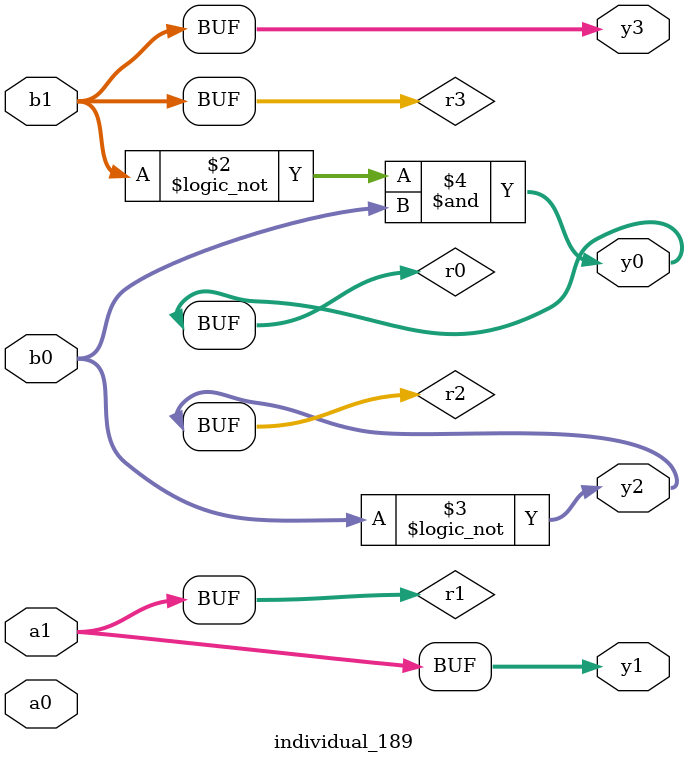
<source format=sv>
module individual_189(input logic [15:0] a1, input logic [15:0] a0, input logic [15:0] b1, input logic [15:0] b0, output logic [15:0] y3, output logic [15:0] y2, output logic [15:0] y1, output logic [15:0] y0);
logic [15:0] r0, r1, r2, r3; 
 always@(*) begin 
	 r0 = a0; r1 = a1; r2 = b0; r3 = b1; 
 	 r0 = ! b1 ;
 	 r2 = ! b0 ;
 	 r0  &=  b0 ;
 	 y3 = r3; y2 = r2; y1 = r1; y0 = r0; 
end
endmodule
</source>
